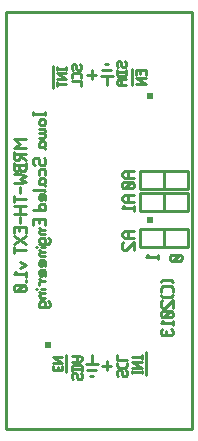
<source format=gbr>
G04 start of page 8 for group -4078 idx -4078 *
G04 Title: (unknown), bottomsilk *
G04 Creator: pcb 20110918 *
G04 CreationDate: Sat 02 Feb 2013 07:41:18 PM GMT UTC *
G04 For: petersen *
G04 Format: Gerber/RS-274X *
G04 PCB-Dimensions: 63000 140000 *
G04 PCB-Coordinate-Origin: lower left *
%MOIN*%
%FSLAX25Y25*%
%LNBOTTOMSILK*%
%ADD55C,0.0100*%
%ADD54C,0.0001*%
G54D54*G36*
X47500Y110500D02*Y112500D01*
X49500D01*
Y110500D01*
X47500D01*
G37*
G36*
Y69000D02*Y71000D01*
X49500D01*
Y69000D01*
X47500D01*
G37*
G36*
X13500Y27500D02*Y29500D01*
X15500D01*
Y27500D01*
X13500D01*
G37*
G54D55*X500Y500D02*X62500D01*
Y139500D01*
X29000Y25000D02*Y22000D01*
X27000D02*X31000D01*
X34000Y23000D02*Y20000D01*
X32500Y21500D02*X35500D01*
X47000Y26000D02*Y18500D01*
X20500Y25000D02*Y19500D01*
X27500Y20000D02*X30500D01*
X28500Y18000D02*X29500D01*
X16000Y114000D02*Y121500D01*
X500Y139500D02*Y500D01*
X34000Y115000D02*Y118000D01*
X32000D02*X36000D01*
X32500Y120000D02*X35500D01*
X33500Y122000D02*X34500D01*
X29000Y117000D02*Y120000D01*
X27500Y118500D02*X30500D01*
X42500Y115000D02*Y120500D01*
X62500Y139500D02*X500D01*
X37300Y121400D02*X37700Y121000D01*
X37300Y121400D02*Y122600D01*
X37700Y123000D02*X37300Y122600D01*
X37700Y123000D02*X38500D01*
X38900Y122600D01*
Y121400D02*Y122600D01*
Y121400D02*X39300Y121000D01*
X40100D01*
X40500Y121400D02*X40100Y121000D01*
X40500Y121400D02*Y122600D01*
X40100Y123000D02*X40500Y122600D01*
X37300Y119640D02*X40500D01*
X37300Y118600D02*X37860Y118040D01*
X39940D01*
X40500Y118600D02*X39940Y118040D01*
X40500Y118600D02*Y120040D01*
X37300Y118600D02*Y120040D01*
X38100Y117080D02*X40500D01*
X38100D02*X37300Y116520D01*
Y115640D02*Y116520D01*
Y115640D02*X38100Y115080D01*
X40500D01*
X38900D02*Y117080D01*
X22300Y120400D02*X22700Y120000D01*
X22300Y120400D02*Y121600D01*
X22700Y122000D02*X22300Y121600D01*
X22700Y122000D02*X23500D01*
X23900Y121600D01*
Y120400D02*Y121600D01*
Y120400D02*X24300Y120000D01*
X25100D01*
X25500Y120400D02*X25100Y120000D01*
X25500Y120400D02*Y121600D01*
X25100Y122000D02*X25500Y121600D01*
Y117440D02*Y118480D01*
X24940Y119040D02*X25500Y118480D01*
X22860Y119040D02*X24940D01*
X22860D02*X22300Y118480D01*
Y117440D02*Y118480D01*
Y116480D02*X25500D01*
Y114880D02*Y116480D01*
X17300Y120200D02*Y121000D01*
Y120600D02*X20500D01*
Y120200D02*Y121000D01*
X17300Y119240D02*X20500D01*
X17300D02*X20500Y117240D01*
X17300D02*X20500D01*
X17300Y114680D02*Y116280D01*
Y115480D02*X20500D01*
X45240Y118800D02*Y120000D01*
X47000Y118400D02*Y120000D01*
X43800D02*X47000D01*
X43800Y118400D02*Y120000D01*
Y117440D02*X47000D01*
X43800D02*X47000Y115440D01*
X43800D02*X47000D01*
X3016Y97000D02*X7016D01*
X3016D02*X5016Y95500D01*
X3016Y94000D01*
X7016D01*
X3016Y90800D02*Y92800D01*
Y90800D02*X3516Y90300D01*
X4516D01*
X5016Y90800D02*X4516Y90300D01*
X5016Y90800D02*Y92300D01*
X3016D02*X7016D01*
X5016Y91500D02*X7016Y90300D01*
Y87100D02*Y89100D01*
Y87100D02*X6516Y86600D01*
X5316D02*X6516D01*
X4816Y87100D02*X5316Y86600D01*
X4816Y87100D02*Y88600D01*
X3016D02*X7016D01*
X3016Y87100D02*Y89100D01*
Y87100D02*X3516Y86600D01*
X4316D01*
X4816Y87100D02*X4316Y86600D01*
X3016Y85400D02*X5016D01*
X7016Y84900D01*
X5016Y83900D01*
X7016Y82900D01*
X5016Y82400D01*
X3016D02*X5016D01*
Y79200D02*Y81200D01*
X3016Y76000D02*Y78000D01*
Y77000D02*X7016D01*
X3016Y74800D02*X7016D01*
X3016Y72300D02*X7016D01*
X5016D02*Y74800D01*
Y69100D02*Y71100D01*
X4816Y66400D02*Y67900D01*
X7016Y65900D02*Y67900D01*
X3016D02*X7016D01*
X3016Y65900D02*Y67900D01*
X7016Y64700D02*X3016Y62200D01*
Y64700D02*X7016Y62200D01*
X3016Y59000D02*Y61000D01*
Y60000D02*X7016D01*
X5016Y56000D02*X7016Y55000D01*
X5016Y54000D02*X7016Y55000D01*
X3816Y52800D02*X3016Y52000D01*
X7016D01*
Y51300D02*Y52800D01*
Y49600D02*Y50100D01*
X6516Y48400D02*X7016Y47900D01*
X3516Y48400D02*X6516D01*
X3516D02*X3016Y47900D01*
Y46900D02*Y47900D01*
Y46900D02*X3516Y46400D01*
X6516D01*
X7016Y46900D02*X6516Y46400D01*
X7016Y46900D02*Y47900D01*
X6016Y48400D02*X4016Y46400D01*
X9500Y105000D02*Y106000D01*
Y105500D02*X13500D01*
Y105000D02*Y106000D01*
X12000Y103800D02*X13000D01*
X12000D02*X11500Y103300D01*
Y102300D02*Y103300D01*
Y102300D02*X12000Y101800D01*
X13000D01*
X13500Y102300D02*X13000Y101800D01*
X13500Y102300D02*Y103300D01*
X13000Y103800D02*X13500Y103300D01*
X11500Y100600D02*X13000D01*
X13500Y100100D01*
Y99600D02*Y100100D01*
Y99600D02*X13000Y99100D01*
X11500D02*X13000D01*
X13500Y98600D01*
Y98100D02*Y98600D01*
Y98100D02*X13000Y97600D01*
X11500D02*X13000D01*
X11500Y94900D02*X12000Y94400D01*
X11500Y94900D02*Y95900D01*
X12000Y96400D02*X11500Y95900D01*
X12000Y96400D02*X13000D01*
X13500Y95900D01*
X11500Y94400D02*X13000D01*
X13500Y93900D01*
Y94900D02*Y95900D01*
Y94900D02*X13000Y94400D01*
X9500Y88900D02*X10000Y88400D01*
X9500Y88900D02*Y90400D01*
X10000Y90900D02*X9500Y90400D01*
X10000Y90900D02*X11000D01*
X11500Y90400D01*
Y88900D02*Y90400D01*
Y88900D02*X12000Y88400D01*
X13000D01*
X13500Y88900D02*X13000Y88400D01*
X13500Y88900D02*Y90400D01*
X13000Y90900D02*X13500Y90400D01*
X11500Y85200D02*Y86700D01*
X12000Y87200D02*X11500Y86700D01*
X12000Y87200D02*X13000D01*
X13500Y86700D01*
Y85200D02*Y86700D01*
X11500Y82500D02*X12000Y82000D01*
X11500Y82500D02*Y83500D01*
X12000Y84000D02*X11500Y83500D01*
X12000Y84000D02*X13000D01*
X13500Y83500D01*
X11500Y82000D02*X13000D01*
X13500Y81500D01*
Y82500D02*Y83500D01*
Y82500D02*X13000Y82000D01*
X9500Y80300D02*X13000D01*
X13500Y79800D01*
Y76800D02*Y78300D01*
X13000Y78800D02*X13500Y78300D01*
X12000Y78800D02*X13000D01*
X12000D02*X11500Y78300D01*
Y77300D02*Y78300D01*
Y77300D02*X12000Y76800D01*
X12500D02*Y78800D01*
X12000Y76800D02*X12500D01*
X9500Y73600D02*X13500D01*
Y74100D02*X13000Y73600D01*
X13500Y74100D02*Y75100D01*
X13000Y75600D02*X13500Y75100D01*
X12000Y75600D02*X13000D01*
X12000D02*X11500Y75100D01*
Y74100D02*Y75100D01*
Y74100D02*X12000Y73600D01*
X11300Y69100D02*Y70600D01*
X13500Y68600D02*Y70600D01*
X9500D02*X13500D01*
X9500Y68600D02*Y70600D01*
X12000Y66900D02*X13500D01*
X12000D02*X11500Y66400D01*
Y65900D02*Y66400D01*
Y65900D02*X12000Y65400D01*
X13500D01*
X11500Y67400D02*X12000Y66900D01*
X11500Y62700D02*X12000Y62200D01*
X11500Y62700D02*Y63700D01*
X12000Y64200D02*X11500Y63700D01*
X12000Y64200D02*X13000D01*
X13500Y63700D01*
Y62700D02*Y63700D01*
Y62700D02*X13000Y62200D01*
X14500Y64200D02*X15000Y63700D01*
Y62700D02*Y63700D01*
Y62700D02*X14500Y62200D01*
X11500D02*X14500D01*
X10500Y61000D02*X10600D01*
X12000D02*X13500D01*
X12000Y59500D02*X13500D01*
X12000D02*X11500Y59000D01*
Y58500D02*Y59000D01*
Y58500D02*X12000Y58000D01*
X13500D01*
X11500Y60000D02*X12000Y59500D01*
X13500Y54800D02*Y56300D01*
X13000Y56800D02*X13500Y56300D01*
X12000Y56800D02*X13000D01*
X12000D02*X11500Y56300D01*
Y55300D02*Y56300D01*
Y55300D02*X12000Y54800D01*
X12500D02*Y56800D01*
X12000Y54800D02*X12500D01*
X13500Y51600D02*Y53100D01*
X13000Y53600D02*X13500Y53100D01*
X12000Y53600D02*X13000D01*
X12000D02*X11500Y53100D01*
Y52100D02*Y53100D01*
Y52100D02*X12000Y51600D01*
X12500D02*Y53600D01*
X12000Y51600D02*X12500D01*
X12000Y49900D02*X13500D01*
X12000D02*X11500Y49400D01*
Y48400D02*Y49400D01*
Y50400D02*X12000Y49900D01*
X10500Y47200D02*X10600D01*
X12000D02*X13500D01*
X12000Y45700D02*X13500D01*
X12000D02*X11500Y45200D01*
Y44700D02*Y45200D01*
Y44700D02*X12000Y44200D01*
X13500D01*
X11500Y46200D02*X12000Y45700D01*
X11500Y41500D02*X12000Y41000D01*
X11500Y41500D02*Y42500D01*
X12000Y43000D02*X11500Y42500D01*
X12000Y43000D02*X13000D01*
X13500Y42500D01*
Y41500D02*Y42500D01*
Y41500D02*X13000Y41000D01*
X14500Y43000D02*X15000Y42500D01*
Y41500D02*Y42500D01*
Y41500D02*X14500Y41000D01*
X11500D02*X14500D01*
X40000Y86500D02*X43000D01*
X40000D02*X39000Y85800D01*
Y84700D02*Y85800D01*
Y84700D02*X40000Y84000D01*
X43000D01*
X41000D02*Y86500D01*
X42500Y82800D02*X43000Y82300D01*
X39500Y82800D02*X42500D01*
X39500D02*X39000Y82300D01*
Y81300D02*Y82300D01*
Y81300D02*X39500Y80800D01*
X42500D01*
X43000Y81300D02*X42500Y80800D01*
X43000Y81300D02*Y82300D01*
X42000Y82800D02*X40000Y80800D01*
Y78500D02*X43000D01*
X40000D02*X39000Y77800D01*
Y76700D02*Y77800D01*
Y76700D02*X40000Y76000D01*
X43000D01*
X41000D02*Y78500D01*
X39800Y74800D02*X39000Y74000D01*
X43000D01*
Y73300D02*Y74800D01*
X40000Y66500D02*X43000D01*
X40000D02*X39000Y65800D01*
Y64700D02*Y65800D01*
Y64700D02*X40000Y64000D01*
X43000D01*
X41000D02*Y66500D01*
X39500Y62800D02*X39000Y62300D01*
Y60800D02*Y62300D01*
Y60800D02*X39500Y60300D01*
X40500D01*
X43000Y62800D02*X40500Y60300D01*
X43000D02*Y62800D01*
X55500Y50000D02*X56000Y49500D01*
X52500Y50000D02*X52000Y49500D01*
X52500Y50000D02*X55500D01*
X56000Y46300D02*Y47600D01*
X55300Y48300D02*X56000Y47600D01*
X52700Y48300D02*X55300D01*
X52700D02*X52000Y47600D01*
Y46300D02*Y47600D01*
Y45100D02*X52500Y44600D01*
X55500D01*
X56000Y45100D02*X55500Y44600D01*
X52500Y43400D02*X52000Y42900D01*
Y41400D02*Y42900D01*
Y41400D02*X52500Y40900D01*
X53500D01*
X56000Y43400D02*X53500Y40900D01*
X56000D02*Y43400D01*
X55500Y39700D02*X56000Y39200D01*
X52500Y39700D02*X55500D01*
X52500D02*X52000Y39200D01*
Y38200D02*Y39200D01*
Y38200D02*X52500Y37700D01*
X55500D01*
X56000Y38200D02*X55500Y37700D01*
X56000Y38200D02*Y39200D01*
X55000Y39700D02*X53000Y37700D01*
X52800Y36500D02*X52000Y35700D01*
X56000D01*
Y35000D02*Y36500D01*
X52500Y33800D02*X52000Y33300D01*
Y32300D02*Y33300D01*
Y32300D02*X52500Y31800D01*
X56000Y32300D02*X55500Y31800D01*
X56000Y32300D02*Y33300D01*
X55500Y33800D02*X56000Y33300D01*
X53800Y32300D02*Y33300D01*
X52500Y31800D02*X53300D01*
X54300D02*X55500D01*
X54300D02*X53800Y32300D01*
X53300Y31800D02*X53800Y32300D01*
X58500Y58500D02*X59000Y58000D01*
X55500Y58500D02*X58500D01*
X55500D02*X55000Y58000D01*
Y57000D02*Y58000D01*
Y57000D02*X55500Y56500D01*
X58500D01*
X59000Y57000D02*X58500Y56500D01*
X59000Y57000D02*Y58000D01*
X58000Y58500D02*X56000Y56500D01*
X47800Y58500D02*X47000Y57700D01*
X51000D01*
Y57000D02*Y58500D01*
X25700Y18600D02*X25300Y19000D01*
X25700Y17400D02*Y18600D01*
X25300Y17000D02*X25700Y17400D01*
X24500Y17000D02*X25300D01*
X24500D02*X24100Y17400D01*
Y18600D01*
X23700Y19000D01*
X22900D02*X23700D01*
X22500Y18600D02*X22900Y19000D01*
X22500Y17400D02*Y18600D01*
X22900Y17000D02*X22500Y17400D01*
Y20360D02*X25700D01*
Y21400D02*X25140Y21960D01*
X23060D02*X25140D01*
X22500Y21400D02*X23060Y21960D01*
X22500Y19960D02*Y21400D01*
X25700Y19960D02*Y21400D01*
X22500Y22920D02*X24900D01*
X25700Y23480D01*
Y24360D01*
X24900Y24920D01*
X22500D02*X24900D01*
X24100Y22920D02*Y24920D01*
X40700Y19600D02*X40300Y20000D01*
X40700Y18400D02*Y19600D01*
X40300Y18000D02*X40700Y18400D01*
X39500Y18000D02*X40300D01*
X39500D02*X39100Y18400D01*
Y19600D01*
X38700Y20000D01*
X37900D02*X38700D01*
X37500Y19600D02*X37900Y20000D01*
X37500Y18400D02*Y19600D01*
X37900Y18000D02*X37500Y18400D01*
Y21520D02*Y22560D01*
X38060Y20960D02*X37500Y21520D01*
X38060Y20960D02*X40140D01*
X40700Y21520D01*
Y22560D01*
X37500Y23520D02*X40700D01*
X37500D02*Y25120D01*
X45700Y19000D02*Y19800D01*
X42500Y19400D02*X45700D01*
X42500Y19000D02*Y19800D01*
Y20760D02*X45700D01*
X42500Y22760D01*
X45700D01*
Y23720D02*Y25320D01*
X42500Y24520D02*X45700D01*
X17760Y20000D02*Y21200D01*
X16000Y20000D02*Y21600D01*
Y20000D02*X19200D01*
Y21600D01*
X16000Y22560D02*X19200D01*
X16000Y24560D01*
X19200D01*
X53000Y67000D02*X61000D01*
X53000Y61000D02*X61000D01*
X53000Y67000D02*Y61000D01*
X61000Y67000D02*Y61000D01*
X45000Y73000D02*X53000D01*
X45000Y79000D02*X53000D01*
Y73000D02*Y79000D01*
X45000Y73000D02*Y79000D01*
Y61000D02*X53000D01*
X45000Y67000D02*X53000D01*
Y61000D02*Y67000D01*
X45000Y61000D02*Y67000D01*
X52984Y86500D02*X60984D01*
X52984Y80500D02*X60984D01*
X52984D02*Y86500D01*
X60984Y80500D02*Y86500D01*
X45000Y80500D02*X53000D01*
X45000Y86500D02*X53000D01*
Y80500D02*Y86500D01*
X45000Y80500D02*Y86500D01*
X53000Y79000D02*X61000D01*
X53000Y73000D02*X61000D01*
X53000Y79000D02*Y73000D01*
X61000Y79000D02*Y73000D01*
M02*

</source>
